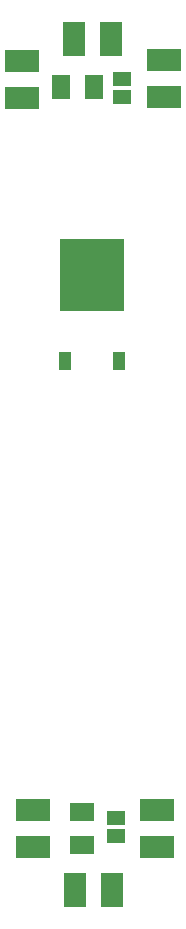
<source format=gtp>
G75*
%MOIN*%
%OFA0B0*%
%FSLAX25Y25*%
%IPPOS*%
%LPD*%
%AMOC8*
5,1,8,0,0,1.08239X$1,22.5*
%
%ADD10R,0.07874X0.06299*%
%ADD11R,0.06299X0.07874*%
%ADD12R,0.21260X0.24409*%
%ADD13R,0.03937X0.06299*%
%ADD14R,0.11417X0.07480*%
%ADD15R,0.07480X0.11417*%
%ADD16R,0.06300X0.04600*%
D10*
X0033430Y0027646D03*
X0033430Y0038670D03*
D11*
X0037312Y0280379D03*
X0026288Y0280379D03*
D12*
X0036619Y0217662D03*
D13*
X0045595Y0188922D03*
X0027643Y0188922D03*
D14*
X0017154Y0027194D03*
X0017154Y0039398D03*
X0058493Y0039398D03*
X0058493Y0027194D03*
X0060855Y0277194D03*
X0060855Y0289398D03*
X0013217Y0289005D03*
X0013217Y0276800D03*
D15*
X0030737Y0296288D03*
X0042942Y0296288D03*
X0043335Y0012824D03*
X0031131Y0012824D03*
D16*
X0044713Y0030690D03*
X0044713Y0036690D03*
X0046682Y0277146D03*
X0046682Y0283146D03*
M02*

</source>
